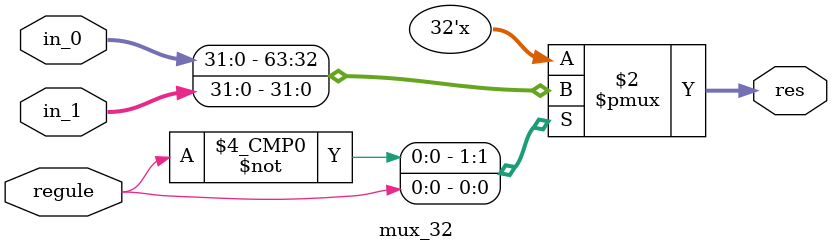
<source format=v>
`timescale 1ns/1ns

module mux_32 (
	input [31:0]in_0,
	input [31:0]in_1,
	input regule,
	output reg[31:0]res
);

always @* begin
	case (regule)
		1'b0:
		begin
			res <= in_0;
		end
		1'b1:
		begin
			res <= in_1;
		end
	endcase
end

endmodule
</source>
